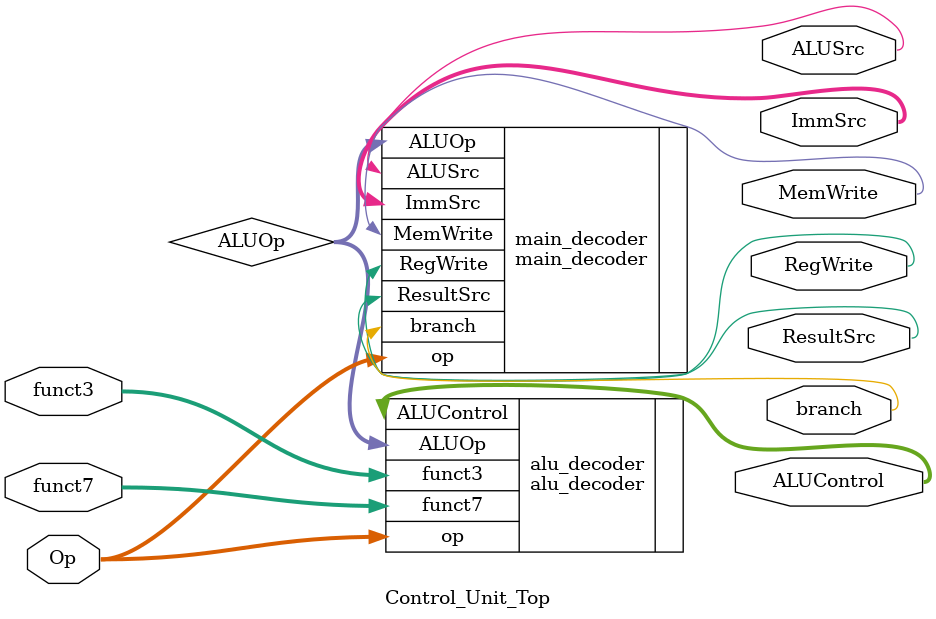
<source format=v>
`include "ALU_decoder.v"
`include "Main_decoder.v"

module Control_Unit_Top(Op,RegWrite,ImmSrc,ALUSrc,MemWrite,ResultSrc,branch,funct3,funct7,ALUControl);
    input [6:0] Op,funct7;
    input [2:0] funct3;
    output RegWrite,ALUSrc,MemWrite,ResultSrc,branch;
    output [3:0] ALUControl;
    output [1:0] ImmSrc;

    wire [1:0] ALUOp;
    main_decoder main_decoder(
        .op(Op),
        .RegWrite(RegWrite),
        .MemWrite(MemWrite),
        .ResultSrc(ResultSrc),
        .ALUSrc(ALUSrc),
        .ImmSrc(ImmSrc),
        .branch(branch),
        .ALUOp(ALUOp)
    );
    alu_decoder alu_decoder(
        .ALUOp(ALUOp),
        .funct3(funct3),
        .funct7(funct7),
        .op(Op),
        .ALUControl(ALUControl)
    );
endmodule
</source>
